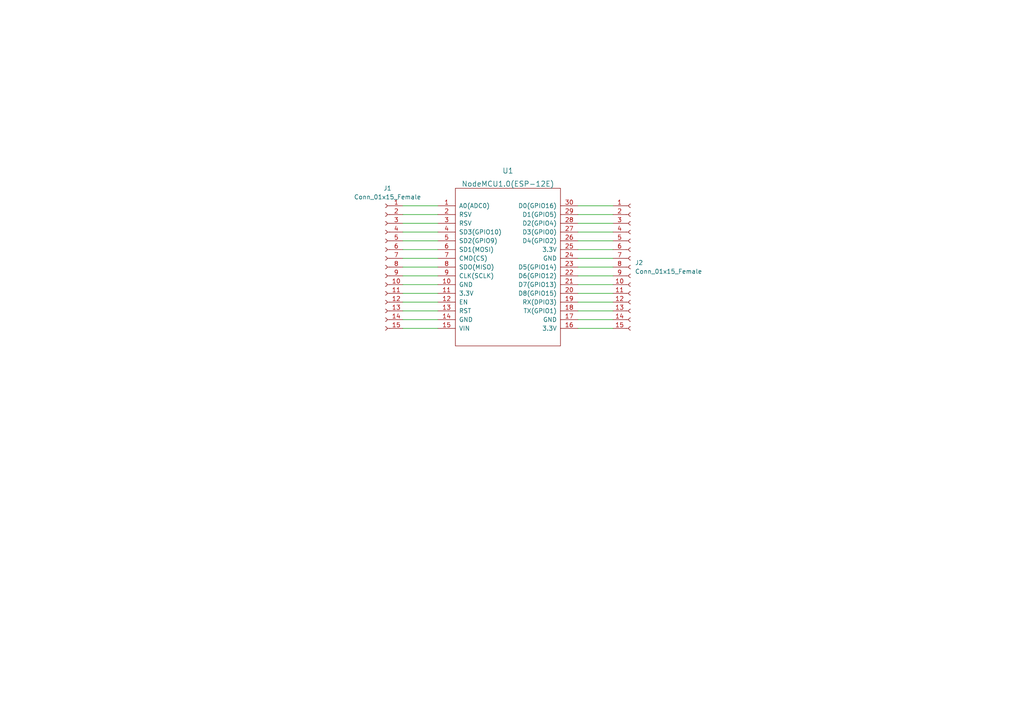
<source format=kicad_sch>
(kicad_sch (version 20231120) (generator "eeschema") (generator_version "8.0")
  (paper "A4")
  (title_block (title "esp8266 Breadboard Adapter") (date "2022-09-18") (rev "0.1"))
  (lib_symbols
    (symbol "Connector:Conn_01x15_Female" (pin_names (offset 1.016) hide)
      (property "Reference" "J" (at 0 20.32 0))
      (property "Value" "Conn_01x15_Female" (at 0 -20.32 0))
      (symbol "Conn_01x15_Female_1_1"
        (arc (start 0 -17.272) (mid -0.5058 -17.78) (end 0 -18.288) (stroke (width 0.1524)))
        (arc (start 0 -14.732) (mid -0.5058 -15.24) (end 0 -15.748) (stroke (width 0.1524)))
        (arc (start 0 -12.192) (mid -0.5058 -12.7) (end 0 -13.208) (stroke (width 0.1524)))
        (arc (start 0 -9.652) (mid -0.5058 -10.16) (end 0 -10.668) (stroke (width 0.1524)))
        (arc (start 0 -7.112) (mid -0.5058 -7.62) (end 0 -8.128) (stroke (width 0.1524)))
        (arc (start 0 -4.572) (mid -0.5058 -5.08) (end 0 -5.588) (stroke (width 0.1524)))
        (arc (start 0 -2.032) (mid -0.5058 -2.54) (end 0 -3.048) (stroke (width 0.1524)))
        (polyline (pts (xy -1.27 -17.78) (xy -0.508 -17.78)) (stroke (width 0.1524)))
        (polyline (pts (xy -1.27 -15.24) (xy -0.508 -15.24)) (stroke (width 0.1524)))
        (polyline (pts (xy -1.27 -12.7) (xy -0.508 -12.7)) (stroke (width 0.1524)))
        (polyline (pts (xy -1.27 -10.16) (xy -0.508 -10.16)) (stroke (width 0.1524)))
        (polyline (pts (xy -1.27 -7.62) (xy -0.508 -7.62)) (stroke (width 0.1524)))
        (polyline (pts (xy -1.27 -5.08) (xy -0.508 -5.08)) (stroke (width 0.1524)))
        (polyline (pts (xy -1.27 -2.54) (xy -0.508 -2.54)) (stroke (width 0.1524)))
        (polyline (pts (xy -1.27 0) (xy -0.508 0)) (stroke (width 0.1524)))
        (polyline (pts (xy -1.27 2.54) (xy -0.508 2.54)) (stroke (width 0.1524)))
        (polyline (pts (xy -1.27 5.08) (xy -0.508 5.08)) (stroke (width 0.1524)))
        (polyline (pts (xy -1.27 7.62) (xy -0.508 7.62)) (stroke (width 0.1524)))
        (polyline (pts (xy -1.27 10.16) (xy -0.508 10.16)) (stroke (width 0.1524)))
        (polyline (pts (xy -1.27 12.7) (xy -0.508 12.7)) (stroke (width 0.1524)))
        (polyline (pts (xy -1.27 15.24) (xy -0.508 15.24)) (stroke (width 0.1524)))
        (polyline (pts (xy -1.27 17.78) (xy -0.508 17.78)) (stroke (width 0.1524)))
        (arc (start 0 0.508) (mid -0.5058 0) (end 0 -0.508) (stroke (width 0.1524)))
        (arc (start 0 3.048) (mid -0.5058 2.54) (end 0 2.032) (stroke (width 0.1524)))
        (arc (start 0 5.588) (mid -0.5058 5.08) (end 0 4.572) (stroke (width 0.1524)))
        (arc (start 0 8.128) (mid -0.5058 7.62) (end 0 7.112) (stroke (width 0.1524)))
        (arc (start 0 10.668) (mid -0.5058 10.16) (end 0 9.652) (stroke (width 0.1524)))
        (arc (start 0 13.208) (mid -0.5058 12.7) (end 0 12.192) (stroke (width 0.1524)))
        (arc (start 0 15.748) (mid -0.5058 15.24) (end 0 14.732) (stroke (width 0.1524)))
        (arc (start 0 18.288) (mid -0.5058 17.78) (end 0 17.272) (stroke (width 0.1524)))
        (pin passive line (at -5.08 17.78 0) (length 3.81) (name "Pin_1") (number "1"))
        (pin passive line (at -5.08 -5.08 0) (length 3.81) (name "Pin_10") (number "10"))
        (pin passive line (at -5.08 -7.62 0) (length 3.81) (name "Pin_11") (number "11"))
        (pin passive line (at -5.08 -10.16 0) (length 3.81) (name "Pin_12") (number "12"))
        (pin passive line (at -5.08 -12.7 0) (length 3.81) (name "Pin_13") (number "13"))
        (pin passive line (at -5.08 -15.24 0) (length 3.81) (name "Pin_14") (number "14"))
        (pin passive line (at -5.08 -17.78 0) (length 3.81) (name "Pin_15") (number "15"))
        (pin passive line (at -5.08 15.24 0) (length 3.81) (name "Pin_2") (number "2"))
        (pin passive line (at -5.08 12.7 0) (length 3.81) (name "Pin_3") (number "3"))
        (pin passive line (at -5.08 10.16 0) (length 3.81) (name "Pin_4") (number "4"))
        (pin passive line (at -5.08 7.62 0) (length 3.81) (name "Pin_5") (number "5"))
        (pin passive line (at -5.08 5.08 0) (length 3.81) (name "Pin_6") (number "6"))
        (pin passive line (at -5.08 2.54 0) (length 3.81) (name "Pin_7") (number "7"))
        (pin passive line (at -5.08 0 0) (length 3.81) (name "Pin_8") (number "8"))
        (pin passive line (at -5.08 -2.54 0) (length 3.81) (name "Pin_9") (number "9"))
      )
    )
    (symbol "My_ESP8266:NodeMCU1.0(ESP-12E)" (pin_names (offset 1.016))
      (property "Reference" "U" (at 0 21.59 0))
      (property "Value" "NodeMCU1.0(ESP-12E)" (at 0 -21.59 0))
      (symbol "NodeMCU1.0(ESP-12E)_0_1"
        (rectangle (start -15.24 -22.86) (end 15.24 22.86))
      )
      (symbol "NodeMCU1.0(ESP-12E)_1_1"
        (pin input line (at -20.32 17.78 0) (length 5.08) (name "A0(ADC0)") (number "1"))
        (pin input line (at -20.32 -5.08 0) (length 5.08) (name "GND") (number "10"))
        (pin input line (at -20.32 -7.62 0) (length 5.08) (name "3.3V") (number "11"))
        (pin input line (at -20.32 -10.16 0) (length 5.08) (name "EN") (number "12"))
        (pin input line (at -20.32 -12.7 0) (length 5.08) (name "RST") (number "13"))
        (pin input line (at -20.32 -15.24 0) (length 5.08) (name "GND") (number "14"))
        (pin input line (at -20.32 -17.78 0) (length 5.08) (name "VIN") (number "15"))
        (pin input line (at 20.32 -17.78 180) (length 5.08) (name "3.3V") (number "16"))
        (pin input line (at 20.32 -15.24 180) (length 5.08) (name "GND") (number "17"))
        (pin input line (at 20.32 -12.7 180) (length 5.08) (name "TX(GPIO1)") (number "18"))
        (pin input line (at 20.32 -10.16 180) (length 5.08) (name "RX(DPIO3)") (number "19"))
        (pin input line (at -20.32 15.24 0) (length 5.08) (name "RSV") (number "2"))
        (pin input line (at 20.32 -7.62 180) (length 5.08) (name "D8(GPIO15)") (number "20"))
        (pin input line (at 20.32 -5.08 180) (length 5.08) (name "D7(GPIO13)") (number "21"))
        (pin input line (at 20.32 -2.54 180) (length 5.08) (name "D6(GPIO12)") (number "22"))
        (pin input line (at 20.32 0 180) (length 5.08) (name "D5(GPIO14)") (number "23"))
        (pin input line (at 20.32 2.54 180) (length 5.08) (name "GND") (number "24"))
        (pin input line (at 20.32 5.08 180) (length 5.08) (name "3.3V") (number "25"))
        (pin input line (at 20.32 7.62 180) (length 5.08) (name "D4(GPIO2)") (number "26"))
        (pin input line (at 20.32 10.16 180) (length 5.08) (name "D3(GPIO0)") (number "27"))
        (pin input line (at 20.32 12.7 180) (length 5.08) (name "D2(GPIO4)") (number "28"))
        (pin input line (at 20.32 15.24 180) (length 5.08) (name "D1(GPIO5)") (number "29"))
        (pin input line (at -20.32 12.7 0) (length 5.08) (name "RSV") (number "3"))
        (pin input line (at 20.32 17.78 180) (length 5.08) (name "D0(GPIO16)") (number "30"))
        (pin input line (at -20.32 10.16 0) (length 5.08) (name "SD3(GPIO10)") (number "4"))
        (pin input line (at -20.32 7.62 0) (length 5.08) (name "SD2(GPIO9)") (number "5"))
        (pin input line (at -20.32 5.08 0) (length 5.08) (name "SD1(MOSI)") (number "6"))
        (pin input line (at -20.32 2.54 0) (length 5.08) (name "CMD(CS)") (number "7"))
        (pin input line (at -20.32 0 0) (length 5.08) (name "SDO(MISO)") (number "8"))
        (pin input line (at -20.32 -2.54 0) (length 5.08) (name "CLK(SCLK)") (number "9"))
      )
    )
  )
  (wire (pts (xy 116.84 59.69) (xy 127 59.69)))
  (wire (pts (xy 167.64 69.85) (xy 177.8 69.85)))
  (wire (pts (xy 116.84 67.31) (xy 127 67.31)))
  (wire (pts (xy 167.64 74.93) (xy 177.8 74.93)))
  (wire (pts (xy 167.64 64.77) (xy 177.8 64.77)))
  (wire (pts (xy 167.64 90.17) (xy 177.8 90.17)))
  (wire (pts (xy 116.84 92.71) (xy 127 92.71)))
  (wire (pts (xy 116.84 80.01) (xy 127 80.01)))
  (wire (pts (xy 116.84 90.17) (xy 127 90.17)))
  (wire (pts (xy 116.84 87.63) (xy 127 87.63)))
  (wire (pts (xy 167.64 92.71) (xy 177.8 92.71)))
  (wire (pts (xy 167.64 62.23) (xy 177.8 62.23)))
  (wire (pts (xy 167.64 87.63) (xy 177.8 87.63)))
  (wire (pts (xy 116.84 95.25) (xy 127 95.25)))
  (wire (pts (xy 167.64 80.01) (xy 177.8 80.01)))
  (wire (pts (xy 116.84 72.39) (xy 127 72.39)))
  (wire (pts (xy 167.64 82.55) (xy 177.8 82.55)))
  (wire (pts (xy 116.84 82.55) (xy 127 82.55)))
  (wire (pts (xy 167.64 72.39) (xy 177.8 72.39)))
  (wire (pts (xy 167.64 85.09) (xy 177.8 85.09)))
  (wire (pts (xy 116.84 77.47) (xy 127 77.47)))
  (wire (pts (xy 116.84 64.77) (xy 127 64.77)))
  (wire (pts (xy 167.64 67.31) (xy 177.8 67.31)))
  (wire (pts (xy 167.64 59.69) (xy 177.8 59.69)))
  (wire (pts (xy 167.64 95.25) (xy 177.8 95.25)))
  (wire (pts (xy 167.64 77.47) (xy 177.8 77.47)))
  (wire (pts (xy 116.84 74.93) (xy 127 74.93)))
  (wire (pts (xy 116.84 85.09) (xy 127 85.09)))
  (wire (pts (xy 116.84 69.85) (xy 127 69.85)))
  (wire (pts (xy 116.84 62.23) (xy 127 62.23)))
  (symbol (lib_id "My_ESP8266:NodeMCU1.0(ESP-12E)") (at 147.32 77.47 0) (unit 1)
    (property "Reference" "U1" (at 147.32 49.53 0) (effects (font (size 1.524 1.524))))
    (property "Value" "NodeMCU1.0(ESP-12E)" (at 147.32 53.34 0) (effects (font (size 1.524 1.524))))
    (property "Footprint" "My_ESP8266:NodeMCU-LoLinV3_w_pinsockets_large" (effects (hide yes)))
  )
  (symbol (lib_id "Connector:Conn_01x15_Female") (at 111.76 77.47 0) (mirror y) (unit 1)
    (property "Reference" "J1" (at 112.395 54.61 0))
    (property "Value" "Conn_01x15_Female" (at 112.395 57.15 0))
    (property "Footprint" "Connector_PinHeader_2.54mm:PinHeader_1x15_P2.54mm_Vertical" (effects (hide yes)))
  )
  (symbol (lib_id "Connector:Conn_01x15_Female") (at 182.88 77.47 0) (unit 1)
    (property "Reference" "J2" (at 184.15 76.1999 0) (effects (justify left)))
    (property "Value" "Conn_01x15_Female" (at 184.15 78.7399 0) (effects (justify left)))
    (property "Footprint" "Connector_PinHeader_2.54mm:PinHeader_1x15_P2.54mm_Vertical" (effects (hide yes)))
  )
)
</source>
